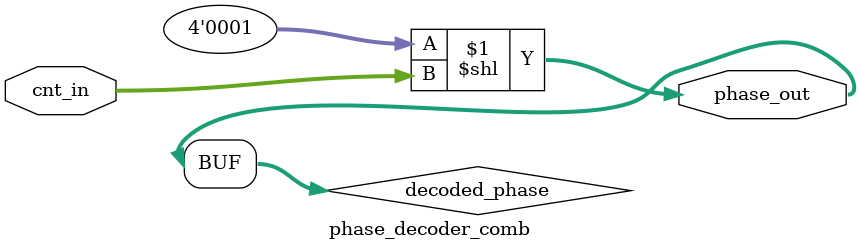
<source format=sv>
module multi_phase_div #(parameter N=4) (
    input wire clk, rst,
    output wire [3:0] phase_out
);
    wire [1:0] cnt;
    
    // Instantiate sequential logic module
    counter_seq counter_inst (
        .clk(clk),
        .rst(rst),
        .cnt_out(cnt)
    );

    // Instantiate combinational logic module
    phase_decoder_comb decoder_inst (
        .cnt_in(cnt),
        .phase_out(phase_out)
    );
endmodule

// Sequential logic module for counter
module counter_seq (
    input wire clk, rst,
    output reg [1:0] cnt_out
);
    always @(posedge clk) begin
        if(rst) 
            cnt_out <= 2'b00;
        else 
            cnt_out <= cnt_out + 2'b01;
    end
endmodule

// Combinational logic module for phase decoding
module phase_decoder_comb (
    input wire [1:0] cnt_in,
    output wire [3:0] phase_out
);
    // Internal one-hot encoded signal
    wire [3:0] decoded_phase;
    
    // Optimized one-hot encoding using barrel shifter
    assign decoded_phase = 4'b0001 << cnt_in;
    
    // Connect to output in the correct order
    assign phase_out = {
        decoded_phase[3],
        decoded_phase[2],
        decoded_phase[1],
        decoded_phase[0]
    };
endmodule
</source>
